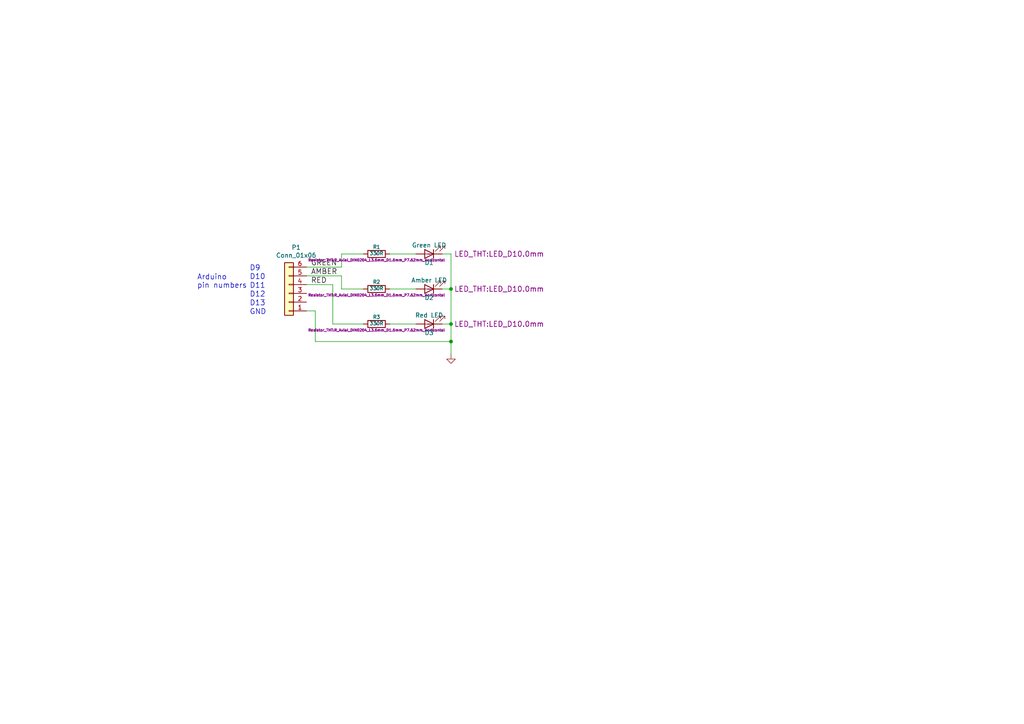
<source format=kicad_sch>
(kicad_sch (version 20211123) (generator eeschema)
  (paper "A4")
  (title_block (title "Traffic Signal Head for Arduino") (date "2024-10-19") (rev "1.02") (company "John Honniball"))
  (lib_symbols
    (symbol "Connector_Generic:Conn_01x06" (pin_names (offset 1.016) hide)
      (property "Reference" "J" (at 0 7.62 0))
      (property "Value" "Conn_01x06" (at 0 -10.16 0))
      (symbol "Conn_01x06_1_1"
        (rectangle (start -1.27 -7.493) (end 0 -7.747) (stroke (width 0.1524)))
        (rectangle (start -1.27 -4.953) (end 0 -5.207) (stroke (width 0.1524)))
        (rectangle (start -1.27 -2.413) (end 0 -2.667) (stroke (width 0.1524)))
        (rectangle (start -1.27 0.127) (end 0 -0.127) (stroke (width 0.1524)))
        (rectangle (start -1.27 2.667) (end 0 2.413) (stroke (width 0.1524)))
        (rectangle (start -1.27 5.207) (end 0 4.953) (stroke (width 0.1524)))
        (rectangle (start -1.27 6.35) (end 1.27 -8.89) (stroke (width 0.254)) (fill (type background)))
        (pin passive line (at -5.08 5.08 0) (length 3.81) (name "Pin_1") (number "1"))
        (pin passive line (at -5.08 2.54 0) (length 3.81) (name "Pin_2") (number "2"))
        (pin passive line (at -5.08 0 0) (length 3.81) (name "Pin_3") (number "3"))
        (pin passive line (at -5.08 -2.54 0) (length 3.81) (name "Pin_4") (number "4"))
        (pin passive line (at -5.08 -5.08 0) (length 3.81) (name "Pin_5") (number "5"))
        (pin passive line (at -5.08 -7.62 0) (length 3.81) (name "Pin_6") (number "6"))
      )
    )
    (symbol "Device:LED" (pin_numbers hide) (pin_names (offset 1.016) hide)
      (property "Reference" "D" (at 0 2.54 0))
      (property "Value" "LED" (at 0 -2.54 0))
      (symbol "LED_0_1"
        (polyline (pts (xy -1.27 -1.27) (xy -1.27 1.27)) (stroke (width 0.254)))
        (polyline (pts (xy -1.27 0) (xy 1.27 0)))
        (polyline (pts (xy 1.27 -1.27) (xy 1.27 1.27) (xy -1.27 0) (xy 1.27 -1.27)) (stroke (width 0.254)))
        (polyline (pts (xy -3.048 -0.762) (xy -4.572 -2.286) (xy -3.81 -2.286) (xy -4.572 -2.286) (xy -4.572 -1.524)))
        (polyline (pts (xy -1.778 -0.762) (xy -3.302 -2.286) (xy -2.54 -2.286) (xy -3.302 -2.286) (xy -3.302 -1.524)))
      )
      (symbol "LED_1_1"
        (pin passive line (at -3.81 0 0) (length 2.54) (name "K") (number "1"))
        (pin passive line (at 3.81 0 180) (length 2.54) (name "A") (number "2"))
      )
    )
    (symbol "Device:R" (pin_numbers hide) (pin_names (offset 0))
      (property "Reference" "R" (at 2.032 0 90))
      (property "Value" "R" (at 0 0 90))
      (symbol "R_0_1"
        (rectangle (start -1.016 -2.54) (end 1.016 2.54) (stroke (width 0.254)))
      )
      (symbol "R_1_1"
        (pin passive line (at 0 3.81 270) (length 1.27) (name "~") (number "1"))
        (pin passive line (at 0 -3.81 90) (length 1.27) (name "~") (number "2"))
      )
    )
    (symbol "power:GND" (power) (pin_names (offset 0))
      (property "Value" "GND" (at 0 -3.81 0))
      (symbol "GND_0_1"
        (polyline (pts (xy 0 0) (xy 0 -1.27) (xy 1.27 -1.27) (xy 0 -2.54) (xy -1.27 -1.27) (xy 0 -1.27)))
      )
      (symbol "GND_1_1"
        (pin power_in line (at 0 0 270) (length 0) hide (name "GND") (number "1"))
      )
    )
  )
  (junction (at 130.81 93.98))
  (junction (at 130.81 99.06))
  (junction (at 130.81 83.82))
  (wire (pts (xy 96.52 82.55) (xy 96.52 93.98)))
  (wire (pts (xy 130.81 99.06) (xy 130.81 102.87)))
  (wire (pts (xy 91.44 90.17) (xy 91.44 99.06)))
  (wire (pts (xy 113.03 83.82) (xy 120.65 83.82)))
  (wire (pts (xy 88.9 90.17) (xy 91.44 90.17)))
  (wire (pts (xy 113.03 93.98) (xy 120.65 93.98)))
  (wire (pts (xy 88.9 77.47) (xy 99.06 77.47)))
  (wire (pts (xy 99.06 83.82) (xy 105.41 83.82)))
  (wire (pts (xy 128.27 83.82) (xy 130.81 83.82)))
  (wire (pts (xy 91.44 99.06) (xy 130.81 99.06)))
  (wire (pts (xy 96.52 93.98) (xy 105.41 93.98)))
  (wire (pts (xy 99.06 77.47) (xy 99.06 73.66)))
  (wire (pts (xy 128.27 93.98) (xy 130.81 93.98)))
  (wire (pts (xy 130.81 93.98) (xy 130.81 99.06)))
  (wire (pts (xy 128.27 73.66) (xy 130.81 73.66)))
  (wire (pts (xy 99.06 80.01) (xy 99.06 83.82)))
  (wire (pts (xy 113.03 73.66) (xy 120.65 73.66)))
  (wire (pts (xy 130.81 73.66) (xy 130.81 83.82)))
  (wire (pts (xy 88.9 82.55) (xy 96.52 82.55)))
  (wire (pts (xy 130.81 83.82) (xy 130.81 93.98)))
  (wire (pts (xy 99.06 73.66) (xy 105.41 73.66)))
  (wire (pts (xy 88.9 80.01) (xy 99.06 80.01)))
  (text "D13" (at 72.39 88.9 0) (effects (font (size 1.524 1.524)) (justify left bottom)))
  (text "Arduino\npin numbers" (at 57.15 83.82 0) (effects (font (size 1.524 1.524)) (justify left bottom)))
  (text "D12" (at 72.39 86.36 0) (effects (font (size 1.524 1.524)) (justify left bottom)))
  (text "D9" (at 72.39 78.74 0) (effects (font (size 1.524 1.524)) (justify left bottom)))
  (text "D11" (at 72.39 83.82 0) (effects (font (size 1.524 1.524)) (justify left bottom)))
  (text "D10" (at 72.39 81.28 0) (effects (font (size 1.524 1.524)) (justify left bottom)))
  (text "GND" (at 72.39 91.44 0) (effects (font (size 1.524 1.524)) (justify left bottom)))
  (label "GREEN" (at 90.17 77.47 0) (effects (font (size 1.524 1.524))))
  (label "AMBER" (at 90.17 80.01 0) (effects (font (size 1.524 1.524))))
  (label "RED" (at 90.17 82.55 0) (effects (font (size 1.524 1.524))))
  (symbol (lib_id "Device:R") (at 109.22 73.66 90) (unit 1)
    (property "Reference" "R1" (at 109.22 71.628 90) (effects (font (size 1.016 1.016))))
    (property "Value" "330R" (at 109.1946 73.4822 90) (effects (font (size 1.016 1.016))))
    (property "Footprint" "Resistor_THT:R_Axial_DIN0204_L3.6mm_D1.6mm_P7.62mm_Horizontal" (at 109.22 75.438 90) (effects (font (size 0.762 0.762))))
    (property "Datasheet" "~" (at 109.22 73.66 0) (effects (font (size 0.762 0.762))))
  )
  (symbol (lib_id "Device:R") (at 109.22 83.82 90) (unit 1)
    (property "Reference" "R2" (at 109.22 81.788 90) (effects (font (size 1.016 1.016))))
    (property "Value" "330R" (at 109.1946 83.6422 90) (effects (font (size 1.016 1.016))))
    (property "Footprint" "Resistor_THT:R_Axial_DIN0204_L3.6mm_D1.6mm_P7.62mm_Horizontal" (at 109.22 85.598 90) (effects (font (size 0.762 0.762))))
    (property "Datasheet" "~" (at 109.22 83.82 0) (effects (font (size 0.762 0.762))))
  )
  (symbol (lib_id "Device:R") (at 109.22 93.98 90) (unit 1)
    (property "Reference" "R3" (at 109.22 91.948 90) (effects (font (size 1.016 1.016))))
    (property "Value" "330R" (at 109.1946 93.8022 90) (effects (font (size 1.016 1.016))))
    (property "Footprint" "Resistor_THT:R_Axial_DIN0204_L3.6mm_D1.6mm_P7.62mm_Horizontal" (at 109.22 95.758 90) (effects (font (size 0.762 0.762))))
    (property "Datasheet" "~" (at 109.22 93.98 0) (effects (font (size 0.762 0.762))))
  )
  (symbol (lib_id "Device:LED") (at 124.46 73.66 180) (unit 1)
    (property "Reference" "D1" (at 124.46 76.2 0))
    (property "Value" "Green LED" (at 124.46 71.12 0))
    (property "Footprint" "LED_THT:LED_D10.0mm" (at 144.78 73.66 0) (effects (font (size 1.524 1.524))))
    (property "Datasheet" "~" (at 124.46 73.66 0) (effects (font (size 1.524 1.524))))
  )
  (symbol (lib_id "Device:LED") (at 124.46 83.82 180) (unit 1)
    (property "Reference" "D2" (at 124.46 86.36 0))
    (property "Value" "Amber LED" (at 124.46 81.28 0))
    (property "Footprint" "LED_THT:LED_D10.0mm" (at 144.78 83.82 0) (effects (font (size 1.524 1.524))))
    (property "Datasheet" "~" (at 124.46 83.82 0) (effects (font (size 1.524 1.524))))
  )
  (symbol (lib_id "Device:LED") (at 124.46 93.98 180) (unit 1)
    (property "Reference" "D3" (at 124.46 96.52 0))
    (property "Value" "Red LED" (at 124.46 91.44 0))
    (property "Footprint" "LED_THT:LED_D10.0mm" (at 144.78 93.98 0) (effects (font (size 1.524 1.524))))
    (property "Datasheet" "~" (at 124.46 93.98 0) (effects (font (size 1.524 1.524))))
  )
  (symbol (lib_id "power:GND") (at 130.81 102.87 0) (unit 1)
    (property "Reference" "#PWR01" (effects hide))
    (property "Value" "GND" (effects hide))
  )
  (symbol (lib_id "Connector_Generic:Conn_01x06") (at 83.82 85.09 180) (unit 1)
    (property "Reference" "P1" (at 85.9028 71.755 0))
    (property "Value" "Conn_01x06" (at 85.9028 74.0664 0))
    (property "Footprint" "Connector_PinHeader_2.54mm:PinHeader_1x06_P2.54mm_Horizontal" (effects hide))
  )
)
</source>
